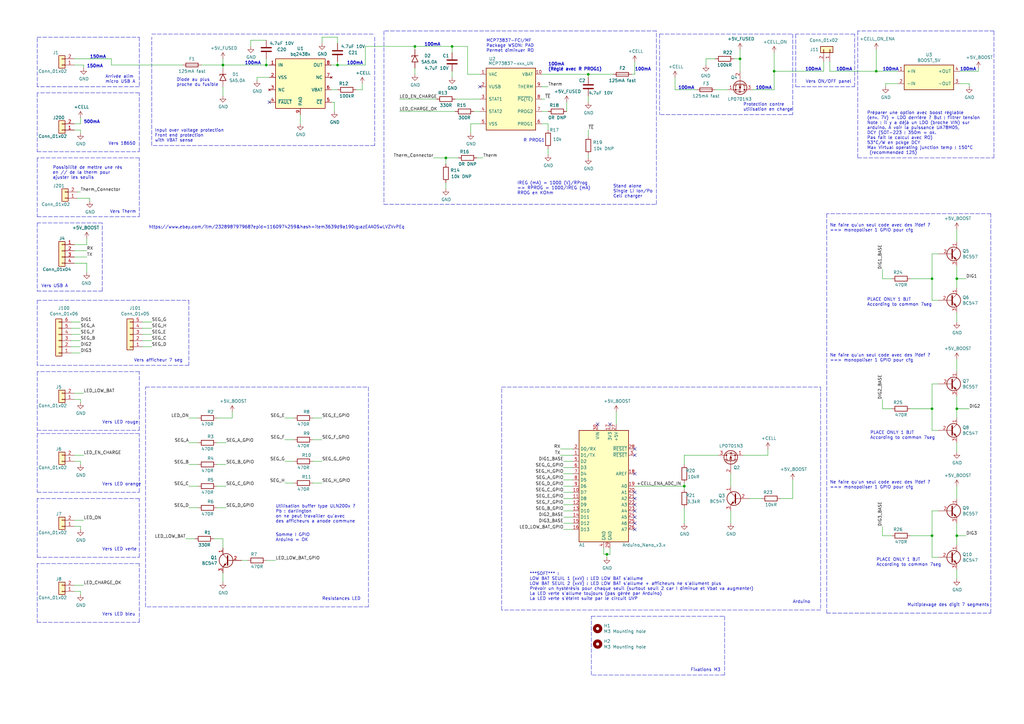
<source format=kicad_sch>
(kicad_sch (version 20211123) (generator eeschema)
  (paper "A3")
  (junction (at 109.22 26.67))
  (junction (at 91.44 26.67))
  (junction (at 359.41 29.21))
  (junction (at 382.27 219.71))
  (junction (at 392.43 167.64))
  (junction (at 170.18 19.05))
  (junction (at 280.67 199.39))
  (junction (at 182.88 64.77))
  (junction (at 382.27 114.3))
  (junction (at 303.53 24.13))
  (junction (at 382.27 167.64))
  (junction (at 185.42 19.05))
  (junction (at 241.3 30.48))
  (junction (at 392.43 219.71))
  (junction (at 138.43 26.67))
  (junction (at 248.92 227.33))
  (junction (at 317.5 29.21))
  (junction (at 392.43 114.3))
  (no_connect (at 260.35 184.15))
  (no_connect (at 260.35 207.01))
  (no_connect (at 260.35 201.93))
  (no_connect (at 260.35 204.47))
  (no_connect (at 260.35 212.09))
  (no_connect (at 260.35 186.69))
  (no_connect (at 260.35 209.55))
  (no_connect (at 260.35 214.63))
  (no_connect (at 260.35 217.17))
  (no_connect (at 110.49 41.91))
  (no_connect (at 196.85 35.56))
  (no_connect (at 250.19 173.99))
  (no_connect (at 245.11 173.99))
  (no_connect (at 260.35 194.31))
  (polyline (pts (xy 57.15 176.53) (xy 57.15 152.4)))
  (wire (pts (xy 325.12 204.47) (xy 325.12 196.85)))
  (polyline (pts (xy 15.24 35.56) (xy 15.24 15.24)))
  (polyline (pts (xy 339.09 87.63) (xy 339.09 251.46)))
  (wire (pts (xy 196.85 45.72) (xy 194.31 45.72)))
  (wire (pts (xy 128.27 189.23) (xy 132.08 189.23)))
  (polyline (pts (xy 270.51 13.97) (xy 270.51 46.99)))
  (polyline (pts (xy 15.24 15.24) (xy 57.15 15.24)))
  (polyline (pts (xy 339.09 251.46) (xy 406.4 251.46)))
  (wire (pts (xy 62.23 142.24) (xy 58.42 142.24)))
  (wire (pts (xy 392.43 109.22) (xy 392.43 114.3)))
  (wire (pts (xy 82.55 26.67) (xy 91.44 26.67)))
  (wire (pts (xy 33.02 144.78) (xy 29.21 144.78)))
  (wire (pts (xy 382.27 104.14) (xy 382.27 114.3)))
  (wire (pts (xy 193.04 50.8) (xy 193.04 54.61)))
  (wire (pts (xy 110.49 31.75) (xy 105.41 31.75)))
  (wire (pts (xy 182.88 64.77) (xy 177.8 64.77)))
  (wire (pts (xy 276.86 36.83) (xy 285.75 36.83)))
  (polyline (pts (xy 57.15 204.47) (xy 15.24 204.47)))
  (wire (pts (xy 241.3 39.37) (xy 241.3 41.91)))
  (wire (pts (xy 95.25 171.45) (xy 95.25 168.91)))
  (wire (pts (xy 396.24 219.71) (xy 392.43 219.71)))
  (polyline (pts (xy 57.15 88.9) (xy 57.15 64.77)))
  (wire (pts (xy 382.27 157.48) (xy 384.81 157.48)))
  (polyline (pts (xy 15.24 177.8) (xy 15.24 201.93)))
  (polyline (pts (xy 57.15 38.1) (xy 15.24 38.1)))
  (polyline (pts (xy 57.15 62.23) (xy 57.15 38.1)))
  (wire (pts (xy 340.36 25.4) (xy 340.36 29.21)))
  (wire (pts (xy 317.5 29.21) (xy 317.5 36.83)))
  (polyline (pts (xy 325.12 46.99) (xy 270.51 46.99)))
  (wire (pts (xy 373.38 114.3) (xy 382.27 114.3)))
  (wire (pts (xy 30.48 186.69) (xy 34.29 186.69)))
  (wire (pts (xy 109.22 26.67) (xy 110.49 26.67)))
  (wire (pts (xy 77.47 208.28) (xy 81.28 208.28)))
  (wire (pts (xy 234.95 196.85) (xy 231.14 196.85)))
  (polyline (pts (xy 350.52 13.97) (xy 326.39 13.97)))
  (wire (pts (xy 30.48 213.36) (xy 34.29 213.36)))
  (wire (pts (xy 392.43 114.3) (xy 392.43 118.11)))
  (wire (pts (xy 116.84 189.23) (xy 120.65 189.23)))
  (polyline (pts (xy 157.48 83.82) (xy 269.24 83.82)))
  (polyline (pts (xy 350.52 35.56) (xy 350.52 13.97)))
  (polyline (pts (xy 57.15 231.14) (xy 15.24 231.14)))
  (wire (pts (xy 234.95 199.39) (xy 231.14 199.39)))
  (wire (pts (xy 368.3 34.29) (xy 363.22 34.29)))
  (wire (pts (xy 224.79 53.34) (xy 224.79 50.8)))
  (polyline (pts (xy 336.55 158.75) (xy 336.55 250.19)))
  (wire (pts (xy 195.58 64.77) (xy 198.12 64.77)))
  (wire (pts (xy 222.25 45.72) (xy 224.79 45.72)))
  (wire (pts (xy 320.04 204.47) (xy 325.12 204.47)))
  (wire (pts (xy 224.79 50.8) (xy 222.25 50.8)))
  (wire (pts (xy 148.59 34.29) (xy 148.59 36.83)))
  (wire (pts (xy 382.27 219.71) (xy 382.27 228.6)))
  (wire (pts (xy 393.7 34.29) (xy 397.51 34.29)))
  (wire (pts (xy 182.88 77.47) (xy 182.88 74.93)))
  (wire (pts (xy 280.67 199.39) (xy 280.67 200.66)))
  (wire (pts (xy 392.43 167.64) (xy 392.43 171.45)))
  (wire (pts (xy 33.02 134.62) (xy 29.21 134.62)))
  (wire (pts (xy 382.27 104.14) (xy 384.81 104.14)))
  (polyline (pts (xy 406.4 87.63) (xy 339.09 87.63)))
  (wire (pts (xy 109.22 26.67) (xy 109.22 24.13)))
  (polyline (pts (xy 153.67 15.24) (xy 153.67 59.69)))
  (wire (pts (xy 33.02 78.74) (xy 31.75 78.74)))
  (wire (pts (xy 91.44 220.98) (xy 91.44 224.79)))
  (wire (pts (xy 382.27 209.55) (xy 384.81 209.55)))
  (wire (pts (xy 30.48 26.67) (xy 34.29 26.67)))
  (wire (pts (xy 170.18 19.05) (xy 185.42 19.05)))
  (wire (pts (xy 91.44 24.13) (xy 91.44 26.67)))
  (wire (pts (xy 101.6 229.87) (xy 99.06 229.87)))
  (wire (pts (xy 293.37 36.83) (xy 298.45 36.83)))
  (wire (pts (xy 234.95 207.01) (xy 231.14 207.01)))
  (polyline (pts (xy 297.18 252.73) (xy 297.18 276.86)))
  (wire (pts (xy 392.43 93.98) (xy 392.43 99.06)))
  (polyline (pts (xy 15.24 123.19) (xy 77.47 123.19)))
  (wire (pts (xy 138.43 26.67) (xy 149.86 26.67)))
  (wire (pts (xy 116.84 180.34) (xy 120.65 180.34)))
  (wire (pts (xy 91.44 234.95) (xy 91.44 238.76)))
  (wire (pts (xy 396.24 114.3) (xy 392.43 114.3)))
  (wire (pts (xy 191.77 19.05) (xy 185.42 19.05)))
  (polyline (pts (xy 15.24 228.6) (xy 57.15 228.6)))
  (wire (pts (xy 303.53 20.32) (xy 303.53 24.13)))
  (wire (pts (xy 35.56 105.41) (xy 30.48 105.41)))
  (wire (pts (xy 91.44 26.67) (xy 109.22 26.67)))
  (wire (pts (xy 234.95 194.31) (xy 231.14 194.31)))
  (wire (pts (xy 260.35 30.48) (xy 260.35 25.4)))
  (polyline (pts (xy 242.57 252.73) (xy 297.18 252.73)))
  (polyline (pts (xy 297.18 276.86) (xy 242.57 276.86)))
  (wire (pts (xy 382.27 123.19) (xy 384.81 123.19)))
  (wire (pts (xy 33.02 53.34) (xy 30.48 53.34)))
  (wire (pts (xy 234.95 217.17) (xy 231.14 217.17)))
  (wire (pts (xy 392.43 185.42) (xy 392.43 181.61)))
  (wire (pts (xy 247.65 227.33) (xy 247.65 224.79)))
  (wire (pts (xy 392.43 162.56) (xy 392.43 167.64)))
  (wire (pts (xy 45.72 26.67) (xy 74.93 26.67)))
  (polyline (pts (xy 41.91 119.38) (xy 41.91 91.44)))
  (wire (pts (xy 392.43 237.49) (xy 392.43 233.68)))
  (wire (pts (xy 361.95 167.64) (xy 361.95 163.83)))
  (wire (pts (xy 170.18 30.48) (xy 170.18 27.94)))
  (wire (pts (xy 234.95 209.55) (xy 231.14 209.55)))
  (wire (pts (xy 361.95 219.71) (xy 361.95 215.9)))
  (wire (pts (xy 260.35 199.39) (xy 280.67 199.39)))
  (polyline (pts (xy 407.67 12.7) (xy 351.79 12.7)))
  (wire (pts (xy 234.95 212.09) (xy 231.14 212.09)))
  (polyline (pts (xy 57.15 152.4) (xy 15.24 152.4)))
  (wire (pts (xy 373.38 167.64) (xy 382.27 167.64)))
  (polyline (pts (xy 15.24 88.9) (xy 57.15 88.9)))
  (polyline (pts (xy 77.47 149.86) (xy 15.24 149.86)))
  (wire (pts (xy 138.43 36.83) (xy 135.89 36.83)))
  (wire (pts (xy 62.23 137.16) (xy 58.42 137.16)))
  (wire (pts (xy 138.43 26.67) (xy 138.43 25.4)))
  (wire (pts (xy 77.47 190.5) (xy 81.28 190.5)))
  (wire (pts (xy 185.42 29.21) (xy 185.42 31.75)))
  (wire (pts (xy 300.99 24.13) (xy 303.53 24.13)))
  (wire (pts (xy 187.96 64.77) (xy 182.88 64.77)))
  (wire (pts (xy 337.82 29.21) (xy 337.82 25.4)))
  (wire (pts (xy 361.95 114.3) (xy 361.95 110.49)))
  (wire (pts (xy 393.7 29.21) (xy 401.32 29.21)))
  (polyline (pts (xy 351.79 64.77) (xy 407.67 64.77)))
  (polyline (pts (xy 269.24 83.82) (xy 269.24 12.7)))
  (wire (pts (xy 30.48 161.29) (xy 34.29 161.29)))
  (wire (pts (xy 280.67 198.12) (xy 280.67 199.39)))
  (wire (pts (xy 304.8 186.69) (xy 314.96 186.69)))
  (wire (pts (xy 33.02 139.7) (xy 29.21 139.7)))
  (wire (pts (xy 392.43 199.39) (xy 392.43 204.47)))
  (wire (pts (xy 317.5 21.59) (xy 317.5 29.21)))
  (wire (pts (xy 91.44 26.67) (xy 91.44 27.94)))
  (polyline (pts (xy 15.24 201.93) (xy 57.15 201.93)))
  (polyline (pts (xy 59.69 158.75) (xy 151.13 158.75)))
  (polyline (pts (xy 15.24 119.38) (xy 41.91 119.38)))
  (wire (pts (xy 33.02 132.08) (xy 29.21 132.08)))
  (wire (pts (xy 33.02 190.5) (xy 33.02 189.23)))
  (polyline (pts (xy 15.24 38.1) (xy 15.24 62.23)))
  (wire (pts (xy 62.23 132.08) (xy 58.42 132.08)))
  (polyline (pts (xy 269.24 12.7) (xy 157.48 12.7)))
  (wire (pts (xy 33.02 217.17) (xy 33.02 215.9)))
  (polyline (pts (xy 270.51 13.97) (xy 325.12 13.97)))
  (wire (pts (xy 234.95 204.47) (xy 231.14 204.47)))
  (wire (pts (xy 303.53 24.13) (xy 303.53 29.21)))
  (polyline (pts (xy 15.24 149.86) (xy 15.24 123.19)))
  (wire (pts (xy 128.27 180.34) (xy 132.08 180.34)))
  (wire (pts (xy 241.3 31.75) (xy 241.3 30.48)))
  (wire (pts (xy 365.76 114.3) (xy 361.95 114.3)))
  (wire (pts (xy 91.44 35.56) (xy 91.44 39.37)))
  (wire (pts (xy 30.48 24.13) (xy 45.72 24.13)))
  (polyline (pts (xy 59.69 248.92) (xy 59.69 158.75)))
  (polyline (pts (xy 242.57 276.86) (xy 242.57 252.73)))
  (wire (pts (xy 317.5 29.21) (xy 337.82 29.21)))
  (polyline (pts (xy 205.74 158.75) (xy 336.55 158.75)))
  (polyline (pts (xy 326.39 13.97) (xy 326.39 35.56)))
  (wire (pts (xy 88.9 181.61) (xy 92.71 181.61)))
  (wire (pts (xy 30.48 240.03) (xy 34.29 240.03)))
  (polyline (pts (xy 57.15 35.56) (xy 15.24 35.56)))
  (wire (pts (xy 30.48 107.95) (xy 35.56 107.95)))
  (wire (pts (xy 128.27 198.12) (xy 132.08 198.12)))
  (wire (pts (xy 382.27 228.6) (xy 384.81 228.6)))
  (wire (pts (xy 30.48 102.87) (xy 35.56 102.87)))
  (wire (pts (xy 392.43 219.71) (xy 392.43 223.52)))
  (polyline (pts (xy 15.24 231.14) (xy 15.24 255.27)))
  (wire (pts (xy 33.02 242.57) (xy 30.48 242.57)))
  (wire (pts (xy 299.72 194.31) (xy 299.72 199.39)))
  (wire (pts (xy 373.38 219.71) (xy 382.27 219.71)))
  (wire (pts (xy 33.02 215.9) (xy 30.48 215.9)))
  (polyline (pts (xy 57.15 177.8) (xy 15.24 177.8)))
  (wire (pts (xy 392.43 147.32) (xy 392.43 152.4)))
  (wire (pts (xy 88.9 208.28) (xy 92.71 208.28)))
  (wire (pts (xy 248.92 227.33) (xy 247.65 227.33)))
  (wire (pts (xy 397.51 167.64) (xy 392.43 167.64)))
  (polyline (pts (xy 57.15 64.77) (xy 15.24 64.77)))
  (polyline (pts (xy 15.24 91.44) (xy 15.24 119.38)))
  (wire (pts (xy 229.87 186.69) (xy 234.95 186.69)))
  (polyline (pts (xy 406.4 251.46) (xy 406.4 87.63)))
  (wire (pts (xy 163.83 45.72) (xy 186.69 45.72)))
  (polyline (pts (xy 41.91 91.44) (xy 15.24 91.44)))
  (wire (pts (xy 132.08 15.24) (xy 132.08 17.78)))
  (wire (pts (xy 241.3 63.5) (xy 241.3 64.77)))
  (wire (pts (xy 105.41 31.75) (xy 105.41 33.02)))
  (wire (pts (xy 280.67 186.69) (xy 294.64 186.69)))
  (polyline (pts (xy 205.74 250.19) (xy 205.74 158.75)))
  (polyline (pts (xy 15.24 62.23) (xy 57.15 62.23)))
  (wire (pts (xy 77.47 171.45) (xy 81.28 171.45)))
  (polyline (pts (xy 62.23 13.97) (xy 153.67 13.97)))
  (wire (pts (xy 392.43 132.08) (xy 392.43 128.27)))
  (wire (pts (xy 314.96 186.69) (xy 314.96 184.15)))
  (wire (pts (xy 149.86 26.67) (xy 149.86 19.05)))
  (polyline (pts (xy 15.24 255.27) (xy 57.15 255.27)))
  (polyline (pts (xy 57.15 255.27) (xy 57.15 231.14)))
  (wire (pts (xy 35.56 97.79) (xy 35.56 100.33)))
  (wire (pts (xy 109.22 229.87) (xy 113.03 229.87)))
  (wire (pts (xy 102.87 16.51) (xy 102.87 19.05)))
  (polyline (pts (xy 57.15 228.6) (xy 57.15 204.47)))
  (wire (pts (xy 33.02 165.1) (xy 33.02 163.83)))
  (wire (pts (xy 359.41 20.32) (xy 359.41 29.21)))
  (wire (pts (xy 186.69 40.64) (xy 196.85 40.64)))
  (wire (pts (xy 382.27 157.48) (xy 382.27 167.64)))
  (wire (pts (xy 148.59 36.83) (xy 146.05 36.83)))
  (wire (pts (xy 248.92 227.33) (xy 250.19 227.33)))
  (wire (pts (xy 248.92 228.6) (xy 248.92 227.33)))
  (wire (pts (xy 234.95 189.23) (xy 231.14 189.23)))
  (wire (pts (xy 185.42 21.59) (xy 185.42 19.05)))
  (wire (pts (xy 289.56 24.13) (xy 289.56 26.67)))
  (polyline (pts (xy 407.67 64.77) (xy 407.67 12.7)))
  (wire (pts (xy 116.84 198.12) (xy 120.65 198.12)))
  (wire (pts (xy 88.9 190.5) (xy 92.71 190.5)))
  (polyline (pts (xy 57.15 15.24) (xy 57.15 35.56)))
  (wire (pts (xy 182.88 67.31) (xy 182.88 64.77)))
  (wire (pts (xy 163.83 40.64) (xy 179.07 40.64)))
  (wire (pts (xy 88.9 199.39) (xy 92.71 199.39)))
  (wire (pts (xy 77.47 199.39) (xy 81.28 199.39)))
  (polyline (pts (xy 157.48 12.7) (xy 157.48 83.82)))
  (wire (pts (xy 128.27 171.45) (xy 132.08 171.45)))
  (polyline (pts (xy 15.24 176.53) (xy 57.15 176.53)))
  (wire (pts (xy 30.48 50.8) (xy 33.02 50.8)))
  (wire (pts (xy 33.02 142.24) (xy 29.21 142.24)))
  (wire (pts (xy 196.85 50.8) (xy 193.04 50.8)))
  (wire (pts (xy 382.27 209.55) (xy 382.27 219.71)))
  (wire (pts (xy 259.08 30.48) (xy 260.35 30.48)))
  (wire (pts (xy 234.95 184.15) (xy 229.87 184.15)))
  (wire (pts (xy 138.43 15.24) (xy 132.08 15.24)))
  (wire (pts (xy 397.51 34.29) (xy 397.51 35.56)))
  (wire (pts (xy 365.76 167.64) (xy 361.95 167.64)))
  (wire (pts (xy 299.72 209.55) (xy 299.72 214.63)))
  (wire (pts (xy 382.27 114.3) (xy 382.27 123.19)))
  (polyline (pts (xy 15.24 204.47) (xy 15.24 228.6)))
  (wire (pts (xy 87.63 220.98) (xy 91.44 220.98)))
  (wire (pts (xy 250.19 227.33) (xy 250.19 224.79)))
  (wire (pts (xy 33.02 163.83) (xy 30.48 163.83)))
  (wire (pts (xy 76.2 220.98) (xy 80.01 220.98)))
  (wire (pts (xy 365.76 219.71) (xy 361.95 219.71)))
  (wire (pts (xy 123.19 50.8) (xy 123.19 46.99)))
  (wire (pts (xy 33.02 189.23) (xy 30.48 189.23)))
  (wire (pts (xy 312.42 204.47) (xy 307.34 204.47)))
  (wire (pts (xy 234.95 191.77) (xy 231.14 191.77)))
  (wire (pts (xy 170.18 19.05) (xy 170.18 20.32)))
  (wire (pts (xy 222.25 40.64) (xy 223.52 40.64)))
  (wire (pts (xy 241.3 30.48) (xy 251.46 30.48)))
  (wire (pts (xy 135.89 26.67) (xy 138.43 26.67)))
  (wire (pts (xy 191.77 30.48) (xy 196.85 30.48)))
  (wire (pts (xy 280.67 214.63) (xy 280.67 208.28)))
  (polyline (pts (xy 57.15 201.93) (xy 57.15 177.8)))
  (wire (pts (xy 62.23 139.7) (xy 58.42 139.7)))
  (polyline (pts (xy 62.23 59.69) (xy 62.23 15.24)))
  (wire (pts (xy 36.83 82.55) (xy 36.83 81.28)))
  (wire (pts (xy 191.77 19.05) (xy 191.77 30.48)))
  (wire (pts (xy 33.02 54.61) (xy 33.02 53.34)))
  (wire (pts (xy 234.95 214.63) (xy 231.14 214.63)))
  (wire (pts (xy 241.3 53.34) (xy 241.3 55.88)))
  (wire (pts (xy 280.67 190.5) (xy 280.67 186.69)))
  (wire (pts (xy 382.27 167.64) (xy 382.27 176.53)))
  (wire (pts (xy 33.02 50.8) (xy 33.02 48.26)))
  (polyline (pts (xy 326.39 35.56) (xy 350.52 35.56)))
  (polyline (pts (xy 77.47 123.19) (xy 77.47 149.86)))
  (polyline (pts (xy 15.24 152.4) (xy 15.24 176.53)))
  (wire (pts (xy 30.48 100.33) (xy 35.56 100.33)))
  (wire (pts (xy 222.25 35.56) (xy 224.79 35.56)))
  (wire (pts (xy 224.79 60.96) (xy 224.79 63.5)))
  (wire (pts (xy 137.16 41.91) (xy 137.16 45.72)))
  (wire (pts (xy 252.73 168.91) (xy 252.73 173.99)))
  (wire (pts (xy 363.22 35.56) (xy 363.22 34.29)))
  (wire (pts (xy 33.02 243.84) (xy 33.02 242.57)))
  (wire (pts (xy 149.86 19.05) (xy 170.18 19.05)))
  (wire (pts (xy 88.9 171.45) (xy 95.25 171.45)))
  (wire (pts (xy 109.22 16.51) (xy 102.87 16.51)))
  (wire (pts (xy 222.25 30.48) (xy 241.3 30.48)))
  (polyline (pts (xy 15.24 64.77) (xy 15.24 88.9)))
  (polyline (pts (xy 325.12 13.97) (xy 325.12 46.99)))
  (wire (pts (xy 116.84 171.45) (xy 120.65 171.45)))
  (wire (pts (xy 62.23 134.62) (xy 58.42 134.62)))
  (wire (pts (xy 308.61 36.83) (xy 317.5 36.83)))
  (wire (pts (xy 276.86 36.83) (xy 276.86 31.75)))
  (wire (pts (xy 340.36 29.21) (xy 359.41 29.21)))
  (wire (pts (xy 34.29 26.67) (xy 34.29 27.94)))
  (wire (pts (xy 77.47 181.61) (xy 81.28 181.61)))
  (wire (pts (xy 382.27 176.53) (xy 384.81 176.53)))
  (wire (pts (xy 234.95 201.93) (xy 231.14 201.93)))
  (wire (pts (xy 401.32 27.94) (xy 401.32 29.21)))
  (polyline (pts (xy 351.79 12.7) (xy 351.79 64.77)))
  (wire (pts (xy 33.02 137.16) (xy 29.21 137.16)))
  (wire (pts (xy 138.43 17.78) (xy 138.43 15.24)))
  (wire (pts (xy 35.56 107.95) (xy 35.56 111.76)))
  (wire (pts (xy 36.83 81.28) (xy 31.75 81.28)))
  (polyline (pts (xy 153.67 59.69) (xy 62.23 59.69)))
  (wire (pts (xy 359.41 29.21) (xy 368.3 29.21)))
  (polyline (pts (xy 151.13 248.92) (xy 59.69 248.92)))
  (wire (pts (xy 135.89 41.91) (xy 137.16 41.91)))
  (wire (pts (xy 293.37 24.13) (xy 289.56 24.13)))
  (wire (pts (xy 232.41 45.72) (xy 232.41 41.91)))
  (polyline (pts (xy 336.55 250.19) (xy 205.74 250.19)))
  (polyline (pts (xy 151.13 158.75) (xy 151.13 248.92)))
  (wire (pts (xy 45.72 24.13) (xy 45.72 26.67)))
  (wire (pts (xy 392.43 214.63) (xy 392.43 219.71)))
  (text "https://www.ebay.com/itm/232898797968?epid=1160974259&hash=item3639d9a190:g:azEAAOSwLVZVvPEq" (at 60.96 93.98 0) (effects (font (size 1.27 1.27)) (justify left bottom)))
  (text "R PROG1" (at 214.63 58.42 0) (effects (font (size 1.27 1.27)) (justify left bottom)))
  (text "Vers LED verte\n" (at 41.91 226.06 0) (effects (font (size 1.27 1.27)) (justify left bottom)))
  (text "Vers Therm" (at 55.88 87.63 180) (effects (font (size 1.27 1.27)) (justify right bottom)))
  (text "100mA" (at 278.13 36.83 0) (effects (font (size 1.27 1.27) (thickness 0.254) bold) (justify left bottom)))
  (text "Vers ON/OFF panel" (at 349.25 34.29 180) (effects (font (size 1.27 1.27)) (justify right bottom)))
  (text "MCP73837-FCI/MF\nPackage WSON: PAD\nPermet diminuer RO" (at 199.39 21.59 0) (effects (font (size 1.27 1.27)) (justify left bottom)))
  (text "150mA" (at 36.83 24.13 0) (effects (font (size 1.27 1.27) (thickness 0.254) bold) (justify left bottom)))
  (text "IREG (mA) = 1000 (V)/RProg\n=> RPROG = 1000/IREG (mA)\nRROG en KOhm\n" (at 212.09 80.01 0) (effects (font (size 1.27 1.27)) (justify left bottom)))
  (text "100mA" (at 309.88 36.83 0) (effects (font (size 1.27 1.27) (thickness 0.254) bold) (justify left bottom)))
  (text "Arduino" (at 325.12 247.65 0) (effects (font (size 1.27 1.27)) (justify left bottom)))
  (text "100mA" (at 142.24 26.67 0) (effects (font (size 1.27 1.27) (thickness 0.254) bold) (justify left bottom)))
  (text "Stand alone \nSingle Li Ion/Po \nCell charger" (at 251.46 81.28 0) (effects (font (size 1.27 1.27)) (justify left bottom)))
  (text "Fixations M3\n" (at 283.21 275.59 0) (effects (font (size 1.27 1.27)) (justify left bottom)))
  (text "100mA" (at 260.35 29.21 0) (effects (font (size 1.27 1.27) (thickness 0.254) bold) (justify left bottom)))
  (text "100mA" (at 361.95 29.21 0) (effects (font (size 1.27 1.27) (thickness 0.254) bold) (justify left bottom)))
  (text "Vers USB A" (at 27.94 118.11 180) (effects (font (size 1.27 1.27)) (justify right bottom)))
  (text "\n" (at 74.93 68.58 0) (effects (font (size 1.27 1.27)) (justify left bottom)))
  (text "Arrivée alim\nmicro USB A" (at 43.18 34.29 0) (effects (font (size 1.27 1.27)) (justify left bottom)))
  (text "150mA" (at 35.56 27.94 0) (effects (font (size 1.27 1.27) (thickness 0.254) bold) (justify left bottom)))
  (text "Ne faire qu'un seul code avec des ifdef ?\n==> monopoliser 1 GPIO pour cfg" (at 340.36 200.66 0) (effects (font (size 1.27 1.27)) (justify left bottom)))
  (text "***SOFT*** :\nLOW BAT SEUIL 1 (xxV) : LED LOW BAT s'allume\nLOW BAT SEUIL 2 (xxV) : LED LOW BAT s'allume + afficheurs ne s'allument plus\nPrévoir un hystérésis pour chaque seuil (surtout seuil 2 car I diminue et Vbat va augmenter)\nLa LED verte s'allume toujours (pas gérée par Arduino)\nLa LED verte s'éteint suite par le circuit UVP" (at 217.17 246.38 0) (effects (font (size 1.27 1.27)) (justify left bottom)))
  (text "Ne faire qu'un seul code avec des ifdef ?\n==> monopoliser 1 GPIO pour cfg" (at 340.36 148.59 0) (effects (font (size 1.27 1.27)) (justify left bottom)))
  (text "Préparer une option avec boost réglable\n(env. 7V) + LDO derrière ? But : filtrer tension\nNote : il y a déjà un LDO (broche VIN) sur \narduino. A voir la puissance UA78M05, \nDCY (SOT-223 : 350m = ok. \nPas fait le calcul avec RO)\n53°C/W en pckge DCY\nMax Virtual operating junction temp : 150°C\n (recommended 125)" (at 355.6 63.5 0) (effects (font (size 1.27 1.27)) (justify left bottom)))
  (text "Vers afficheur 7 seg" (at 74.93 148.59 180) (effects (font (size 1.27 1.27)) (justify right bottom)))
  (text "100mA" (at 173.99 19.05 0) (effects (font (size 1.27 1.27) (thickness 0.254) bold) (justify left bottom)))
  (text "100mA" (at 393.7 29.21 0) (effects (font (size 1.27 1.27) (thickness 0.254) bold) (justify left bottom)))
  (text "Protection contre \nutilisation en charge" (at 304.8 45.72 0) (effects (font (size 1.27 1.27)) (justify left bottom)))
  (text "100mA" (at 100.33 26.67 0) (effects (font (size 1.27 1.27) (thickness 0.254) bold) (justify left bottom)))
  (text "Resistances LED" (at 132.08 246.38 0) (effects (font (size 1.27 1.27)) (justify left bottom)))
  (text "Vers LED orange\n" (at 41.91 199.39 0) (effects (font (size 1.27 1.27)) (justify left bottom)))
  (text "Vers LED rouge\n" (at 41.91 173.99 0) (effects (font (size 1.27 1.27)) (justify left bottom)))
  (text "100mA" (at 330.2 29.21 0) (effects (font (size 1.27 1.27) (thickness 0.254) bold) (justify left bottom)))
  (text "Multiplexage des digit 7 segments" (at 372.11 248.92 0) (effects (font (size 1.27 1.27)) (justify left bottom)))
  (text "PLACE ONLY 1 BJT\nAccording to common 7seg" (at 355.6 125.73 0) (effects (font (size 1.27 1.27)) (justify left bottom)))
  (text "100mA\n(Réglé avec R PROG1)" (at 224.79 29.21 0) (effects (font (size 1.27 1.27) (thickness 0.254) bold) (justify left bottom)))
  (text "Vers LED bleu\n" (at 41.91 252.73 0) (effects (font (size 1.27 1.27)) (justify left bottom)))
  (text "Utilisation buffer type ULN200x ?\nPb : darlington\non ne peut travailler qu'avec\ndes afficheurs a anode commune" (at 113.03 214.63 0) (effects (font (size 1.27 1.27)) (justify left bottom)))
  (text "PLACE ONLY 1 BJT\nAccording to common 7seg" (at 356.87 180.34 0) (effects (font (size 1.27 1.27)) (justify left bottom)))
  (text "Ne faire qu'un seul code avec des ifdef ?\n==> monopoliser 1 GPIO pour cfg" (at 340.36 95.25 0) (effects (font (size 1.27 1.27)) (justify left bottom)))
  (text "PLACE ONLY 1 BJT\nAccording to common 7seg" (at 359.41 232.41 0) (effects (font (size 1.27 1.27)) (justify left bottom)))
  (text "500mA" (at 34.29 50.8 0) (effects (font (size 1.27 1.27) (thickness 0.254) bold) (justify left bottom)))
  (text "Possibilité de mettre une rés\nen // de la therm pour\najuster les seuils\n" (at 21.59 73.66 0) (effects (font (size 1.27 1.27)) (justify left bottom)))
  (text "Somme I GPIO \nArduino = OK\n" (at 113.03 222.25 0) (effects (font (size 1.27 1.27)) (justify left bottom)))
  (text "100mA" (at 342.9 29.21 0) (effects (font (size 1.27 1.27) (thickness 0.254) bold) (justify left bottom)))
  (text "Vers 18650" (at 44.45 59.69 0) (effects (font (size 1.27 1.27)) (justify left bottom)))
  (text "Diode au plus \nproche du fusible" (at 72.39 35.56 0) (effects (font (size 1.27 1.27)) (justify left bottom)))
  (text "Input over voltage protection\nFront end protection\nwith VBAT sense" (at 63.5 58.42 0) (effects (font (size 1.27 1.27)) (justify left bottom)))
  (label "LED_LOW_BAT_GPIO" (at 231.14 217.17 180))
  (label "DIG2_BASE" (at 361.95 163.83 90))
  (label "LED_LOW_BAT" (at 76.2 220.98 180))
  (label "LED_LOW_BAT" (at 34.29 161.29 0))
  (label "SEG_H" (at 116.84 198.12 180))
  (label "LED_CHARGE_OK" (at 34.29 240.03 0))
  (label "LED_EN_CHARGE" (at 34.29 186.69 0))
  (label "TX" (at 35.56 105.41 0))
  (label "DIG3" (at 396.24 219.71 0))
  (label "LED_ON" (at 77.47 171.45 180))
  (label "LED_CHARGE_OK" (at 163.83 45.72 0))
  (label "SEG_G" (at 116.84 189.23 180))
  (label "DIG2" (at 33.02 142.24 0))
  (label "SEG_E" (at 62.23 137.16 0))
  (label "Therm_Connector" (at 33.02 78.74 0))
  (label "SEG_D" (at 62.23 142.24 0))
  (label "SEG_G" (at 62.23 132.08 0))
  (label "SEG_C_GPIO" (at 92.71 199.39 0))
  (label "SEG_H_GPIO" (at 132.08 198.12 0))
  (label "Therm_Connector" (at 177.8 64.77 180))
  (label "SEG_E_GPIO" (at 132.08 171.45 0))
  (label "SEG_A_GPIO" (at 92.71 181.61 0))
  (label "SEG_B_GPIO" (at 92.71 190.5 0))
  (label "SEG_B_GPIO" (at 231.14 209.55 180))
  (label "SEG_B" (at 33.02 139.7 0))
  (label "DIG1_BASE" (at 231.14 189.23 180))
  (label "DIG2_BASE" (at 231.14 212.09 180))
  (label "SEG_A" (at 33.02 134.62 0))
  (label "+CELL_ENA_ADC_IN" (at 279.4 199.39 180))
  (label "SEG_F" (at 33.02 137.16 0))
  (label "SEG_E_GPIO" (at 231.14 204.47 180))
  (label "~{TE}" (at 241.3 53.34 0))
  (label "~{TE}" (at 223.52 40.64 0))
  (label "SEG_E" (at 116.84 171.45 180))
  (label "LED_EN_CHARGE" (at 163.83 40.64 0))
  (label "SEG_F" (at 116.84 180.34 180))
  (label "DIG3_BASE" (at 361.95 215.9 90))
  (label "SEG_A_GPIO" (at 231.14 196.85 180))
  (label "SEG_D_GPIO" (at 92.71 208.28 0))
  (label "SEG_C" (at 62.23 139.7 0))
  (label "DIG3" (at 33.02 144.78 0))
  (label "SEG_D" (at 77.47 208.28 180))
  (label "SEG_B" (at 77.47 190.5 180))
  (label "DIG2" (at 397.51 167.64 0))
  (label "SEG_F_GPIO" (at 231.14 207.01 180))
  (label "SEG_G_GPIO" (at 231.14 191.77 180))
  (label "RX" (at 229.87 184.15 180))
  (label "DIG1" (at 33.02 132.08 0))
  (label "LED_ON" (at 34.29 213.36 0))
  (label "LED_LOW_BAT_GPIO" (at 113.03 229.87 0))
  (label "SEG_C_GPIO" (at 231.14 201.93 180))
  (label "SEG_H" (at 62.23 134.62 0))
  (label "SEG_D_GPIO" (at 231.14 199.39 180))
  (label "Therm" (at 198.12 64.77 0))
  (label "SEG_H_GPIO" (at 231.14 194.31 180))
  (label "SEG_C" (at 77.47 199.39 180))
  (label "DIG3_BASE" (at 231.14 214.63 180))
  (label "DIG1" (at 396.24 114.3 0))
  (label "TX" (at 229.87 186.69 180))
  (label "SEG_A" (at 77.47 181.61 180))
  (label "Therm" (at 224.79 35.56 0))
  (label "DIG1_BASE" (at 361.95 110.49 90))
  (label "SEG_G_GPIO" (at 132.08 189.23 0))
  (label "SEG_F_GPIO" (at 132.08 180.34 0))
  (label "RX" (at 35.56 102.87 0))
  (symbol (lib_id "Device:Q_PMOS_SGD") (at 303.53 34.29 270) (unit 1)
    (property "Reference" "Q4" (at 299.72 31.75 90) (effects (justify left)))
    (property "Value" "LP0701N3" (at 298.45 40.64 90) (effects (justify left)))
    (property "Footprint" "Package_TO_SOT_THT:TO-92" (effects hide))
    (property "FAB" "MICROCHIP" (effects hide))
    (property "REF FAB" "LP0701N3-G" (effects hide))
    (property "FOU 1" "MOUSER" (effects hide))
    (property "REF FOU 1" "689-LP0701N3-G" (effects hide))
  )
  (symbol (lib_id "Device:R") (at 297.18 24.13 90) (mirror x) (unit 1)
    (property "Reference" "R22" (at 298.45 21.59 90))
    (property "Value" "100kR" (at 297.18 26.67 90))
    (property "Footprint" "Resistor_THT:R_Axial_DIN0204_L3.6mm_D1.6mm_P7.62mm_Horizontal" (effects hide))
  )
  (symbol (lib_id "power:GND") (at 289.56 26.67 0) (mirror y) (unit 1)
    (property "Reference" "#PWR033" (effects hide))
    (property "Value" "GND" (at 289.433 31.0642 0))
  )
  (symbol (lib_id "Balance-ruche:+CELL_ON") (at 317.5 21.59 0) (unit 1)
    (property "Reference" "#PWR037" (effects hide))
    (property "Value" "+CELL_ON" (at 317.881 17.1958 0))
  )
  (symbol (lib_id "MCU_Module:Arduino_Nano_v3.x") (at 247.65 199.39 0) (unit 1)
    (property "Reference" "A1" (at 238.76 223.52 0))
    (property "Value" "Arduino_Nano_v3.x" (at 264.16 223.52 0))
    (property "Footprint" "Module:Arduino_Nano" (effects hide))
    (property "Datasheet" "http://www.mouser.com/pdfdocs/Gravitech_Arduino_Nano3_0.pdf" (effects hide))
  )
  (symbol (lib_id "Transistor_BJT:BC547") (at 389.89 123.19 0) (unit 1)
    (property "Reference" "Q6" (at 394.7414 122.0216 0) (effects (justify left)))
    (property "Value" "BC547" (at 394.7414 124.333 0) (effects (justify left)))
    (property "Footprint" "Package_TO_SOT_THT:TO-92_Inline" (effects hide))
    (property "Datasheet" "https://www.onsemi.com/pub/Collateral/BC550-D.pdf" (effects hide))
  )
  (symbol (lib_id "power:GND") (at 224.79 63.5 0) (unit 1)
    (property "Reference" "#PWR024" (effects hide))
    (property "Value" "GND" (at 224.917 67.8942 0))
  )
  (symbol (lib_id "power:GND") (at 241.3 41.91 0) (unit 1)
    (property "Reference" "#PWR026" (effects hide))
    (property "Value" "GND" (at 241.427 46.3042 0))
  )
  (symbol (lib_id "power:GND") (at 392.43 132.08 0) (unit 1)
    (property "Reference" "#PWR042" (effects hide))
    (property "Value" "GND" (at 392.557 136.4742 0))
  )
  (symbol (lib_id "power:GND") (at 193.04 54.61 0) (unit 1)
    (property "Reference" "#PWR023" (effects hide))
    (property "Value" "GND" (at 193.167 59.0042 0))
  )
  (symbol (lib_id "Device:R") (at 182.88 40.64 270) (unit 1)
    (property "Reference" "R13" (at 181.61 38.1 90))
    (property "Value" "330R" (at 182.88 43.18 90))
    (property "Footprint" "Resistor_THT:R_Axial_DIN0207_L6.3mm_D2.5mm_P2.54mm_Vertical" (effects hide))
  )
  (symbol (lib_id "Device:R") (at 190.5 45.72 270) (unit 1)
    (property "Reference" "R15" (at 189.23 43.18 90))
    (property "Value" "300R" (at 190.5 48.26 90))
    (property "Footprint" "Resistor_THT:R_Axial_DIN0207_L6.3mm_D2.5mm_P2.54mm_Vertical" (effects hide))
  )
  (symbol (lib_id "Device:R") (at 369.57 114.3 270) (unit 1)
    (property "Reference" "R24" (at 368.3 111.76 90))
    (property "Value" "470R" (at 369.57 116.84 90))
    (property "Footprint" "Resistor_THT:R_Axial_DIN0207_L6.3mm_D2.5mm_P2.54mm_Vertical" (effects hide))
  )
  (symbol (lib_id "Transistor_BJT:BC557") (at 389.89 104.14 0) (unit 1)
    (property "Reference" "Q5" (at 394.7414 102.9716 0) (effects (justify left)))
    (property "Value" "BC557" (at 394.7414 105.283 0) (effects (justify left)))
    (property "Footprint" "Package_TO_SOT_THT:TO-92_Inline" (effects hide))
    (property "Datasheet" "https://www.onsemi.com/pub/Collateral/BC556BTA-D.pdf" (effects hide))
  )
  (symbol (lib_id "Balance-ruche:+5V_BOOST") (at 401.32 27.94 0) (unit 1)
    (property "Reference" "#PWR048" (effects hide))
    (property "Value" "+5V_BOOST" (at 401.701 23.5458 0))
  )
  (symbol (lib_id "power:GND") (at 397.51 35.56 0) (unit 1)
    (property "Reference" "#PWR047" (effects hide))
    (property "Value" "GND" (at 397.637 39.9542 0))
  )
  (symbol (lib_id "Balance-ruche:+CELL_ON_ENA") (at 359.41 20.32 0) (unit 1)
    (property "Reference" "#PWR039" (effects hide))
    (property "Value" "+CELL_ON_ENA" (at 359.791 15.9258 0))
  )
  (symbol (lib_id "power:GND") (at 363.22 35.56 0) (unit 1)
    (property "Reference" "#PWR040" (effects hide))
    (property "Value" "GND" (at 363.347 39.9542 0))
  )
  (symbol (lib_id "power:GND") (at 248.92 228.6 0) (unit 1)
    (property "Reference" "#PWR028" (effects hide))
    (property "Value" "GND" (at 249.047 232.9942 0))
  )
  (symbol (lib_id "Balance-ruche:+CELL") (at 33.02 48.26 0) (unit 1)
    (property "Reference" "#PWR01" (effects hide))
    (property "Value" "+CELL" (at 33.401 43.8658 0))
  )
  (symbol (lib_id "power:GND") (at 33.02 54.61 0) (unit 1)
    (property "Reference" "#PWR02" (effects hide))
    (property "Value" "GND" (at 33.147 59.0042 0))
  )
  (symbol (lib_id "power:GND") (at 36.83 82.55 0) (unit 1)
    (property "Reference" "#PWR011" (effects hide))
    (property "Value" "GND" (at 36.957 86.9442 0))
  )
  (symbol (lib_id "Device:R") (at 85.09 181.61 90) (mirror x) (unit 1)
    (property "Reference" "R3" (at 86.36 179.07 90))
    (property "Value" "470R" (at 85.09 184.15 90))
    (property "Footprint" "Resistor_THT:R_Axial_DIN0207_L6.3mm_D2.5mm_P2.54mm_Vertical" (effects hide))
  )
  (symbol (lib_id "Device:R") (at 85.09 190.5 90) (mirror x) (unit 1)
    (property "Reference" "R4" (at 86.36 187.96 90))
    (property "Value" "470R" (at 85.09 193.04 90))
    (property "Footprint" "Resistor_THT:R_Axial_DIN0207_L6.3mm_D2.5mm_P2.54mm_Vertical" (effects hide))
  )
  (symbol (lib_id "Device:R") (at 85.09 199.39 90) (mirror x) (unit 1)
    (property "Reference" "R5" (at 86.36 196.85 90))
    (property "Value" "470R" (at 85.09 201.93 90))
    (property "Footprint" "Resistor_THT:R_Axial_DIN0204_L3.6mm_D1.6mm_P7.62mm_Horizontal" (effects hide))
  )
  (symbol (lib_id "Transistor_BJT:BC547") (at 389.89 176.53 0) (unit 1)
    (property "Reference" "Q8" (at 394.7414 175.3616 0) (effects (justify left)))
    (property "Value" "BC547" (at 394.7414 177.673 0) (effects (justify left)))
    (property "Footprint" "Package_TO_SOT_THT:TO-92_Inline" (effects hide))
    (property "Datasheet" "https://www.onsemi.com/pub/Collateral/BC550-D.pdf" (effects hide))
  )
  (symbol (lib_id "power:GND") (at 392.43 185.42 0) (unit 1)
    (property "Reference" "#PWR044" (effects hide))
    (property "Value" "GND" (at 392.557 189.8142 0))
  )
  (symbol (lib_id "Device:R") (at 369.57 167.64 270) (unit 1)
    (property "Reference" "R25" (at 368.3 165.1 90))
    (property "Value" "470R" (at 369.57 170.18 90))
    (property "Footprint" "Resistor_THT:R_Axial_DIN0207_L6.3mm_D2.5mm_P2.54mm_Vertical" (effects hide))
  )
  (symbol (lib_id "Transistor_BJT:BC557") (at 389.89 157.48 0) (unit 1)
    (property "Reference" "Q7" (at 394.7414 156.3116 0) (effects (justify left)))
    (property "Value" "BC557" (at 394.7414 158.623 0) (effects (justify left)))
    (property "Footprint" "Package_TO_SOT_THT:TO-92_Inline" (effects hide))
    (property "Datasheet" "https://www.onsemi.com/pub/Collateral/BC556BTA-D.pdf" (effects hide))
  )
  (symbol (lib_id "Device:R") (at 85.09 208.28 90) (mirror x) (unit 1)
    (property "Reference" "R6" (at 86.36 205.74 90))
    (property "Value" "470R" (at 85.09 210.82 90))
    (property "Footprint" "Resistor_THT:R_Axial_DIN0204_L3.6mm_D1.6mm_P7.62mm_Horizontal" (effects hide))
  )
  (symbol (lib_id "Device:R") (at 124.46 171.45 90) (mirror x) (unit 1)
    (property "Reference" "R8" (at 125.73 168.91 90))
    (property "Value" "470R" (at 124.46 173.99 90))
    (property "Footprint" "Resistor_THT:R_Axial_DIN0204_L3.6mm_D1.6mm_P7.62mm_Horizontal" (effects hide))
  )
  (symbol (lib_id "Transistor_BJT:BC547") (at 389.89 228.6 0) (unit 1)
    (property "Reference" "Q10" (at 394.7414 227.4316 0) (effects (justify left)))
    (property "Value" "BC547" (at 394.7414 229.743 0) (effects (justify left)))
    (property "Footprint" "Package_TO_SOT_THT:TO-92_Inline" (effects hide))
    (property "Datasheet" "https://www.onsemi.com/pub/Collateral/BC550-D.pdf" (effects hide))
  )
  (symbol (lib_id "power:GND") (at 392.43 237.49 0) (unit 1)
    (property "Reference" "#PWR046" (effects hide))
    (property "Value" "GND" (at 392.557 241.8842 0))
  )
  (symbol (lib_id "Device:R") (at 369.57 219.71 270) (unit 1)
    (property "Reference" "R26" (at 368.3 217.17 90))
    (property "Value" "470R" (at 369.57 222.25 90))
    (property "Footprint" "Resistor_THT:R_Axial_DIN0207_L6.3mm_D2.5mm_P2.54mm_Vertical" (effects hide))
  )
  (symbol (lib_id "Transistor_BJT:BC557") (at 389.89 209.55 0) (unit 1)
    (property "Reference" "Q9" (at 394.7414 208.3816 0) (effects (justify left)))
    (property "Value" "BC557" (at 394.7414 210.693 0) (effects (justify left)))
    (property "Footprint" "Package_TO_SOT_THT:TO-92_Inline" (effects hide))
    (property "Datasheet" "https://www.onsemi.com/pub/Collateral/BC556BTA-D.pdf" (effects hide))
  )
  (symbol (lib_id "Transistor_BJT:BC547") (at 302.26 204.47 0) (mirror y) (unit 1)
    (property "Reference" "Q3" (at 297.4086 203.3016 0) (effects (justify left)))
    (property "Value" "BC547" (at 297.4086 205.613 0) (effects (justify left)))
    (property "Footprint" "Package_TO_SOT_THT:TO-92_Inline" (effects hide))
    (property "Datasheet" "https://www.onsemi.com/pub/Collateral/BC550-D.pdf" (effects hide))
  )
  (symbol (lib_id "Connector_Generic:Conn_01x02") (at 26.67 81.28 180) (unit 1)
    (property "Reference" "J201" (at 24.13 76.2 0))
    (property "Value" "Conn_01x02" (at 22.86 83.82 0))
    (property "Footprint" "Connector_PinHeader_2.54mm:PinHeader_2x01_P2.54mm_Vertical" (effects hide))
  )
  (symbol (lib_id "Device:R") (at 124.46 180.34 90) (mirror x) (unit 1)
    (property "Reference" "R9" (at 125.73 177.8 90))
    (property "Value" "470R" (at 124.46 182.88 90))
    (property "Footprint" "Resistor_THT:R_Axial_DIN0207_L6.3mm_D2.5mm_P2.54mm_Vertical" (effects hide))
  )
  (symbol (lib_id "Device:R") (at 124.46 189.23 90) (mirror x) (unit 1)
    (property "Reference" "R10" (at 125.73 186.69 90))
    (property "Value" "470R" (at 124.46 191.77 90))
    (property "Footprint" "Resistor_THT:R_Axial_DIN0204_L3.6mm_D1.6mm_P7.62mm_Horizontal" (effects hide))
  )
  (symbol (lib_id "Device:R") (at 124.46 198.12 90) (mirror x) (unit 1)
    (property "Reference" "R11" (at 125.73 195.58 90))
    (property "Value" "470R" (at 124.46 200.66 90))
    (property "Footprint" "Resistor_THT:R_Axial_DIN0204_L3.6mm_D1.6mm_P7.62mm_Horizontal" (effects hide))
  )
  (symbol (lib_id "Connector_Generic:Conn_01x02") (at 25.4 53.34 180) (unit 1)
    (property "Reference" "J200" (at 24.13 48.26 0))
    (property "Value" "Conn_01x02" (at 21.59 55.88 0))
    (property "Footprint" "Connector_PinHeader_2.54mm:PinHeader_2x01_P2.54mm_Vertical" (effects hide))
  )
  (symbol (lib_id "power:GND") (at 299.72 214.63 0) (unit 1)
    (property "Reference" "#PWR034" (effects hide))
    (property "Value" "GND" (at 299.847 219.0242 0))
  )
  (symbol (lib_id "Device:R") (at 316.23 204.47 270) (unit 1)
    (property "Reference" "R23" (at 314.96 201.93 90))
    (property "Value" "10kR" (at 316.23 207.01 90))
    (property "Footprint" "Resistor_THT:R_Axial_DIN0207_L6.3mm_D2.5mm_P2.54mm_Vertical" (effects hide))
  )
  (symbol (lib_id "power:GND") (at 185.42 31.75 0) (unit 1)
    (property "Reference" "#PWR022" (effects hide))
    (property "Value" "GND" (at 185.547 36.1442 0))
  )
  (symbol (lib_id "Device:R") (at 280.67 194.31 180) (unit 1)
    (property "Reference" "R20" (at 283.21 193.04 0))
    (property "Value" "10kR" (at 284.48 195.58 0))
    (property "Footprint" "Resistor_THT:R_Axial_DIN0204_L3.6mm_D1.6mm_P7.62mm_Horizontal" (effects hide))
  )
  (symbol (lib_id "Device:R") (at 280.67 204.47 180) (unit 1)
    (property "Reference" "R21" (at 283.21 203.2 0))
    (property "Value" "3.3kR" (at 284.48 205.74 0))
    (property "Footprint" "Resistor_THT:R_Axial_DIN0204_L3.6mm_D1.6mm_P7.62mm_Horizontal" (effects hide))
  )
  (symbol (lib_id "Balance-ruche:BOOST_5V") (at 381 34.29 0) (unit 1)
    (property "Reference" "U3" (at 381 22.4282 0))
    (property "Value" "BOOST_5V" (at 381 24.7396 0))
    (property "Footprint" "Balance ruche:AS19" (effects hide))
    (property "Supplier" "Ebay" (effects hide))
    (property "Desc" "2-5VIN 2A 5VOUT BOOST DCDC" (effects hide))
  )
  (symbol (lib_id "Device:R") (at 224.79 57.15 180) (unit 1)
    (property "Reference" "R17" (at 227.33 53.34 0))
    (property "Value" "10k" (at 228.6 57.15 0))
    (property "Footprint" "Resistor_THT:R_Axial_DIN0207_L6.3mm_D2.5mm_P2.54mm_Vertical" (effects hide))
  )
  (symbol (lib_id "power:GND") (at 280.67 214.63 0) (unit 1)
    (property "Reference" "#PWR032" (effects hide))
    (property "Value" "GND" (at 280.797 219.0242 0))
  )
  (symbol (lib_id "Balance-ruche:+CELL") (at 148.59 34.29 0) (unit 1)
    (property "Reference" "#PWR019" (effects hide))
    (property "Value" "+CELL" (at 148.971 29.8958 0))
  )
  (symbol (lib_id "Device:R") (at 83.82 220.98 90) (mirror x) (unit 1)
    (property "Reference" "R1" (at 85.09 218.44 90))
    (property "Value" "330R" (at 83.82 223.52 90))
    (property "Footprint" "Resistor_THT:R_Axial_DIN0207_L6.3mm_D2.5mm_P2.54mm_Vertical" (effects hide))
  )
  (symbol (lib_id "Balance-ruche:MCP73837-xxx_UN") (at 209.55 35.56 0) (unit 1)
    (property "Reference" "U2" (at 201.93 24.13 0))
    (property "Value" "MCP73837-xxx_UN" (at 209.55 26.0096 0))
    (property "Footprint" "Package_SO:MSOP-10_3x3mm_P0.5mm" (effects hide))
  )
  (symbol (lib_id "power_ruche:+5V_FUSED") (at 232.41 41.91 0) (unit 1)
    (property "Reference" "#PWR025" (effects hide))
    (property "Value" "+5V_FUSED" (at 232.791 37.5158 0))
  )
  (symbol (lib_id "Balance-ruche:+CELL") (at 260.35 25.4 0) (unit 1)
    (property "Reference" "#PWR030" (effects hide))
    (property "Value" "+CELL" (at 260.731 21.0058 0))
  )
  (symbol (lib_id "Balance-ruche:+5V_BOOST") (at 392.43 93.98 0) (unit 1)
    (property "Reference" "#PWR041" (effects hide))
    (property "Value" "+5V_BOOST" (at 392.811 89.5858 0))
  )
  (symbol (lib_id "Balance-ruche:+5V_BOOST") (at 392.43 147.32 0) (unit 1)
    (property "Reference" "#PWR043" (effects hide))
    (property "Value" "+5V_BOOST" (at 392.811 142.9258 0))
  )
  (symbol (lib_id "Balance-ruche:+5V_BOOST") (at 392.43 199.39 0) (unit 1)
    (property "Reference" "#PWR045" (effects hide))
    (property "Value" "+5V_BOOST" (at 392.811 194.9958 0))
  )
  (symbol (lib_id "Balance-ruche:+5V_BOOST") (at 252.73 168.91 0) (unit 1)
    (property "Reference" "#PWR029" (effects hide))
    (property "Value" "+5V_BOOST" (at 253.111 164.5158 0))
  )
  (symbol (lib_id "Device:R") (at 228.6 45.72 270) (unit 1)
    (property "Reference" "R18" (at 227.33 43.18 90))
    (property "Value" "0R DNP" (at 228.6 48.26 90))
    (property "Footprint" "Resistor_THT:R_Axial_DIN0207_L6.3mm_D2.5mm_P2.54mm_Vertical" (effects hide))
  )
  (symbol (lib_id "Balance-ruche:+5V_BOOST") (at 325.12 196.85 0) (unit 1)
    (property "Reference" "#PWR038" (effects hide))
    (property "Value" "+5V_BOOST" (at 325.501 192.4558 0))
  )
  (symbol (lib_id "Balance-ruche:+CELL") (at 314.96 184.15 0) (unit 1)
    (property "Reference" "#PWR036" (effects hide))
    (property "Value" "+CELL" (at 315.341 179.7558 0))
  )
  (symbol (lib_id "Device:R") (at 142.24 36.83 270) (unit 1)
    (property "Reference" "R12" (at 140.97 34.29 90))
    (property "Value" "100kR" (at 142.24 39.37 90))
    (property "Footprint" "Resistor_THT:R_Axial_DIN0207_L6.3mm_D2.5mm_P2.54mm_Vertical" (effects hide))
  )
  (symbol (lib_id "Transistor_BJT:BC547") (at 93.98 229.87 0) (mirror y) (unit 1)
    (property "Reference" "Q1" (at 89.1286 228.7016 0) (effects (justify left)))
    (property "Value" "BC547" (at 89.1286 231.013 0) (effects (justify left)))
    (property "Footprint" "Package_TO_SOT_THT:TO-92_Inline" (effects hide))
    (property "Datasheet" "https://www.onsemi.com/pub/Collateral/BC550-D.pdf" (effects hide))
  )
  (symbol (lib_id "Device:R") (at 85.09 171.45 90) (mirror x) (unit 1)
    (property "Reference" "R2" (at 86.36 168.91 90))
    (property "Value" "470R" (at 85.09 173.99 90))
    (property "Footprint" "Resistor_THT:R_Axial_DIN0207_L6.3mm_D2.5mm_P2.54mm_Vertical" (effects hide))
  )
  (symbol (lib_id "Balance-ruche:+5V_BOOST") (at 95.25 168.91 0) (unit 1)
    (property "Reference" "#PWR015" (effects hide))
    (property "Value" "+5V_BOOST" (at 95.631 164.5158 0))
  )
  (symbol (lib_id "power:GND") (at 91.44 238.76 0) (unit 1)
    (property "Reference" "#PWR014" (effects hide))
    (property "Value" "GND" (at 91.567 243.1542 0))
  )
  (symbol (lib_id "Diode:1.5KExxA") (at 91.44 31.75 90) (mirror x) (unit 1)
    (property "Reference" "D1" (at 95.25 30.48 90) (effects (justify right)))
    (property "Value" "SA5.0A" (at 93.98 33.02 90) (effects (justify right)))
    (property "Footprint" "Diode_THT:D_DO-15_P5.08mm_Vertical_KathodeUp" (effects hide))
    (property "Datasheet" "https://www.vishay.com/docs/88301/15ke.pdf" (effects hide))
    (property "FAB" "LITTELFUSE" (effects hide))
    (property "REF FAB" "SA5.0A" (effects hide))
    (property "FOU 1" "MOUSER" (effects hide))
    (property "REF FOU 1" "576-SA5.0A" (effects hide))
  )
  (symbol (lib_id "Balance-ruche:bq2438x") (at 123.19 31.75 0) (unit 1)
    (property "Reference" "U1" (at 123.19 19.8882 0))
    (property "Value" "bq2438x" (at 123.19 22.1996 0))
    (property "Footprint" "Package_SON:WSON-8-1EP_2x2mm_P0.5mm_EP0.9x1.6mm_ThermalVias" (effects hide))
  )
  (symbol (lib_id "power:GND") (at 123.19 50.8 0) (unit 1)
    (property "Reference" "#PWR017" (effects hide))
    (property "Value" "GND" (at 123.317 55.1942 0))
  )
  (symbol (lib_id "Device:R") (at 105.41 229.87 270) (unit 1)
    (property "Reference" "R7" (at 104.14 227.33 90))
    (property "Value" "470R" (at 105.41 232.41 90))
    (property "Footprint" "Resistor_THT:R_Axial_DIN0204_L3.6mm_D1.6mm_P7.62mm_Horizontal" (effects hide))
  )
  (symbol (lib_id "power:GND") (at 91.44 39.37 0) (unit 1)
    (property "Reference" "#PWR013" (effects hide))
    (property "Value" "GND" (at 91.567 43.7642 0))
  )
  (symbol (lib_id "power:GND") (at 105.41 33.02 0) (unit 1)
    (property "Reference" "#PWR016" (effects hide))
    (property "Value" "GND" (at 105.537 37.4142 0))
  )
  (symbol (lib_id "Device:R") (at 182.88 71.12 180) (unit 1)
    (property "Reference" "R14" (at 186.69 69.85 0))
    (property "Value" "10k DNP" (at 189.23 72.39 0))
    (property "Footprint" "Resistor_THT:R_Axial_DIN0207_L6.3mm_D2.5mm_P2.54mm_Vertical" (effects hide))
  )
  (symbol (lib_id "Mechanical:MountingHole") (at 245.11 264.16 0) (unit 1)
    (property "Reference" "H2" (at 247.65 262.9916 0) (effects (justify left)))
    (property "Value" "M3 Mounting hole" (at 247.65 265.303 0) (effects (justify left)))
    (property "Footprint" "MountingHole:MountingHole_3.2mm_M3" (effects hide))
  )
  (symbol (lib_id "power:GND") (at 137.16 45.72 0) (unit 1)
    (property "Reference" "#PWR018" (effects hide))
    (property "Value" "GND" (at 137.287 50.1142 0))
  )
  (symbol (lib_id "power:GND") (at 241.3 64.77 0) (unit 1)
    (property "Reference" "#PWR027" (effects hide))
    (property "Value" "GND" (at 241.427 69.1642 0))
  )
  (symbol (lib_id "power:GND") (at 182.88 77.47 0) (unit 1)
    (property "Reference" "#PWR021" (effects hide))
    (property "Value" "GND" (at 183.007 81.8642 0))
  )
  (symbol (lib_id "Device:R") (at 241.3 59.69 180) (unit 1)
    (property "Reference" "R19" (at 245.11 58.42 0))
    (property "Value" "10k DNP" (at 247.65 60.96 0))
    (property "Footprint" "Resistor_THT:R_Axial_DIN0207_L6.3mm_D2.5mm_P2.54mm_Vertical" (effects hide))
  )
  (symbol (lib_id "Device:C") (at 109.22 20.32 0) (mirror y) (unit 1)
    (property "Reference" "C20" (at 115.57 20.32 0))
    (property "Value" "4.7uF 10V" (at 115.57 17.78 0))
    (property "Footprint" "Resistor_THT:R_Axial_DIN0207_L6.3mm_D2.5mm_P2.54mm_Vertical" (effects hide))
    (property "FAB" "MURATA" (effects hide))
    (property "REF FAB" "RDEC71H475K2K1H03B" (effects hide))
    (property "FOU 1" "MOUSER" (effects hide))
    (property "REF FOU 1" "81-RDEC71H475K2K1H3B" (effects hide))
  )
  (symbol (lib_id "Device:C") (at 241.3 35.56 0) (mirror y) (unit 1)
    (property "Reference" "C2" (at 238.76 33.02 0))
    (property "Value" "4.7uF 10V" (at 246.38 38.1 0))
    (property "Footprint" "Resistor_THT:R_Axial_DIN0207_L6.3mm_D2.5mm_P2.54mm_Vertical" (effects hide))
    (property "FAB" "MURATA" (effects hide))
    (property "REF FAB" "RDEC71H475K2K1H03B" (effects hide))
    (property "FOU 1" "MOUSER" (effects hide))
    (property "REF FOU 1" "81-RDEC71H475K2K1H3B" (effects hide))
  )
  (symbol (lib_id "Device:C") (at 185.42 25.4 0) (mirror y) (unit 1)
    (property "Reference" "C1" (at 182.88 22.86 0))
    (property "Value" "4.7uF 10V" (at 179.07 27.94 0))
    (property "Footprint" "Resistor_THT:R_Axial_DIN0207_L6.3mm_D2.5mm_P2.54mm_Vertical" (effects hide))
    (property "FAB" "MURATA" (effects hide))
    (property "REF FAB" "RDEC71H475K2K1H03B" (effects hide))
    (property "FOU 1" "MOUSER" (effects hide))
    (property "REF FOU 1" "81-RDEC71H475K2K1H3B" (effects hide))
  )
  (symbol (lib_id "Diode:1.5KExxA") (at 170.18 24.13 90) (mirror x) (unit 1)
    (property "Reference" "D2" (at 173.99 22.86 90) (effects (justify right)))
    (property "Value" "SA5.0A" (at 172.72 25.4 90) (effects (justify right)))
    (property "Footprint" "Diode_THT:D_DO-15_P5.08mm_Vertical_KathodeUp" (effects hide))
    (property "Datasheet" "https://www.vishay.com/docs/88301/15ke.pdf" (effects hide))
    (property "FAB" "LITTELFUSE" (effects hide))
    (property "REF FAB" "SA5.0A" (effects hide))
    (property "FOU 1" "MOUSER" (effects hide))
    (property "REF FOU 1" "576-SA5.0A" (effects hide))
  )
  (symbol (lib_id "Device:Fuse") (at 255.27 30.48 270) (unit 1)
    (property "Reference" "F2" (at 255.27 27.94 90))
    (property "Value" "125mA fast" (at 255.27 33.02 90))
    (property "Footprint" "Resistor_THT:R_Axial_DIN0207_L6.3mm_D2.5mm_P2.54mm_Vertical" (effects hide))
    (property "FAB" "LITTELFUSE" (effects hide))
    (property "REF FAB" "0251.125MRT1L" (effects hide))
    (property "FOURNISSEUR 1" "MOUSER" (effects hide))
    (property "FOURNISSEUR 1 REF" "576-0251.125MRT1L" (effects hide))
  )
  (symbol (lib_id "Device:Fuse") (at 289.56 36.83 270) (unit 1)
    (property "Reference" "F3" (at 289.56 34.29 90))
    (property "Value" "125mA fast" (at 289.56 39.37 90))
    (property "Footprint" "Resistor_THT:R_Axial_DIN0207_L6.3mm_D2.5mm_P2.54mm_Vertical" (effects hide))
    (property "FAB" "LITTELFUSE" (effects hide))
    (property "REF FAB" "0251.125MRT1L" (effects hide))
    (property "FOURNISSEUR 1" "MOUSER" (effects hide))
    (property "FOURNISSEUR 1 REF" "576-0251.125MRT1L" (effects hide))
  )
  (symbol (lib_id "Device:Q_PMOS_SGD") (at 299.72 189.23 90) (unit 1)
    (property "Reference" "Q2" (at 303.53 191.77 90) (effects (justify left)))
    (property "Value" "LP0701N3" (at 304.8 182.88 90) (effects (justify left)))
    (property "Footprint" "Package_TO_SOT_THT:TO-92" (effects hide))
    (property "FAB" "MICROCHIP" (effects hide))
    (property "REF FAB" "LP0701N3-G" (effects hide))
    (property "FOU 1" "MOUSER" (effects hide))
    (property "REF FOU 1" "689-LP0701N3-G" (effects hide))
  )
  (symbol (lib_id "power_ruche:+5V_FUSED") (at 91.44 24.13 0) (unit 1)
    (property "Reference" "#PWR0103" (effects hide))
    (property "Value" "+5V_FUSED" (at 91.821 19.7358 0))
  )
  (symbol (lib_id "power_ruche:+5V_FUSED") (at 303.53 20.32 0) (unit 1)
    (property "Reference" "#PWR0104" (effects hide))
    (property "Value" "+5V_FUSED" (at 303.911 15.9258 0))
  )
  (symbol (lib_id "power:GND") (at 170.18 30.48 0) (unit 1)
    (property "Reference" "#PWR020" (effects hide))
    (property "Value" "GND" (at 170.307 34.8742 0))
  )
  (symbol (lib_id "Device:R") (at 191.77 64.77 90) (unit 1)
    (property "Reference" "R16" (at 190.5 62.23 90))
    (property "Value" "0R DNP" (at 191.77 67.31 90))
    (property "Footprint" "Resistor_THT:R_Axial_DIN0207_L6.3mm_D2.5mm_P2.54mm_Vertical" (effects hide))
  )
  (symbol (lib_id "Device:Fuse") (at 78.74 26.67 270) (unit 1)
    (property "Reference" "F1" (at 78.74 24.13 90))
    (property "Value" "125mA fast" (at 78.74 29.21 90))
    (property "Footprint" "Resistor_THT:R_Axial_DIN0207_L6.3mm_D2.5mm_P2.54mm_Vertical" (effects hide))
    (property "FAB" "LITTELFUSE" (effects hide))
    (property "REF FAB" "0251.125MRT1L" (effects hide))
    (property "FOURNISSEUR 1" "MOUSER" (effects hide))
    (property "FOURNISSEUR 1 REF" "576-0251.125MRT1L" (effects hide))
  )
  (symbol (lib_id "Mechanical:MountingHole") (at 245.11 257.81 0) (unit 1)
    (property "Reference" "H1" (at 247.65 256.6416 0) (effects (justify left)))
    (property "Value" "M3 Mounting hole" (at 247.65 258.953 0) (effects (justify left)))
    (property "Footprint" "MountingHole:MountingHole_3.2mm_M3" (effects hide))
  )
  (symbol (lib_id "Balance-ruche:+5V_BOOST") (at 35.56 97.79 0) (mirror y) (unit 1)
    (property "Reference" "#PWR09" (effects hide))
    (property "Value" "+5V_BOOST" (at 35.179 93.3958 0))
  )
  (symbol (lib_id "power:GND") (at 35.56 111.76 0) (mirror y) (unit 1)
    (property "Reference" "#PWR010" (effects hide))
    (property "Value" "GND" (at 35.433 116.1542 0))
  )
  (symbol (lib_id "Connector_Generic:Conn_01x04") (at 25.4 102.87 0) (mirror y) (unit 1)
    (property "Reference" "J4" (at 26.67 97.79 0) (effects (justify left)))
    (property "Value" "Conn_01x04" (at 29.21 110.49 0) (effects (justify left)))
    (property "Footprint" "Connector_PinHeader_2.54mm:PinHeader_1x04_P2.54mm_Vertical" (effects hide))
  )
  (symbol (lib_id "Connector_Generic:Conn_01x02") (at 25.4 26.67 180) (unit 1)
    (property "Reference" "J1" (at 22.86 21.59 0))
    (property "Value" "Conn_01x02" (at 21.59 29.21 0))
    (property "Footprint" "Connector_PinHeader_2.54mm:PinHeader_2x01_P2.54mm_Vertical" (effects hide))
  )
  (symbol (lib_id "power:GND") (at 34.29 27.94 0) (unit 1)
    (property "Reference" "#PWR08" (effects hide))
    (property "Value" "GND" (at 34.417 32.3342 0))
  )
  (symbol (lib_id "Balance-ruche:+CELL") (at 276.86 31.75 0) (unit 1)
    (property "Reference" "#PWR031" (effects hide))
    (property "Value" "+CELL" (at 277.241 27.3558 0))
  )
  (symbol (lib_id "Connector_Generic:Conn_01x02") (at 340.36 20.32 270) (mirror x) (unit 1)
    (property "Reference" "J11" (at 334.01 20.32 90))
    (property "Value" "Conn_01x02" (at 337.82 16.51 90))
    (property "Footprint" "Connector_PinHeader_2.54mm:PinHeader_2x01_P2.54mm_Vertical" (effects hide))
  )
  (symbol (lib_id "Connector_Generic:Conn_01x06") (at 24.13 139.7 180) (unit 1)
    (property "Reference" "J100" (at 26.2128 126.365 0))
    (property "Value" "Conn_01x06" (at 26.2128 128.6764 0))
    (property "Footprint" "Connector_PinHeader_2.54mm:PinHeader_1x06_P2.54mm_Vertical" (effects hide))
  )
  (symbol (lib_id "Connector_Generic:Conn_01x05") (at 53.34 137.16 180) (unit 1)
    (property "Reference" "J101" (at 55.4228 126.365 0))
    (property "Value" "Conn_01x05" (at 55.4228 128.6764 0))
    (property "Footprint" "Connector_PinHeader_2.54mm:PinHeader_1x05_P2.54mm_Vertical" (effects hide))
  )
  (symbol (lib_id "power:GND") (at 33.02 165.1 0) (unit 1)
    (property "Reference" "#PWR03" (effects hide))
    (property "Value" "GND" (at 33.147 169.4942 0))
  )
  (symbol (lib_id "Connector_Generic:Conn_01x02") (at 25.4 163.83 180) (unit 1)
    (property "Reference" "J5" (at 24.13 158.75 0))
    (property "Value" "Conn_01x02" (at 21.59 166.37 0))
    (property "Footprint" "Connector_PinHeader_2.54mm:PinHeader_2x01_P2.54mm_Vertical" (effects hide))
  )
  (symbol (lib_id "power:GND") (at 33.02 217.17 0) (unit 1)
    (property "Reference" "#PWR05" (effects hide))
    (property "Value" "GND" (at 33.147 221.5642 0))
  )
  (symbol (lib_id "Connector_Generic:Conn_01x02") (at 25.4 215.9 180) (unit 1)
    (property "Reference" "J7" (at 24.13 210.82 0))
    (property "Value" "Conn_01x02" (at 21.59 218.44 0))
    (property "Footprint" "Connector_PinHeader_2.54mm:PinHeader_2x01_P2.54mm_Vertical" (effects hide))
  )
  (symbol (lib_id "power:GND") (at 33.02 243.84 0) (unit 1)
    (property "Reference" "#PWR06" (effects hide))
    (property "Value" "GND" (at 33.147 248.2342 0))
  )
  (symbol (lib_id "Connector_Generic:Conn_01x02") (at 25.4 242.57 180) (unit 1)
    (property "Reference" "J8" (at 24.13 237.49 0))
    (property "Value" "Conn_01x02" (at 21.59 245.11 0))
    (property "Footprint" "Connector_PinHeader_2.54mm:PinHeader_2x01_P2.54mm_Vertical" (effects hide))
  )
  (symbol (lib_id "power:GND") (at 33.02 190.5 0) (unit 1)
    (property "Reference" "#PWR04" (effects hide))
    (property "Value" "GND" (at 33.147 194.8942 0))
  )
  (symbol (lib_id "Connector_Generic:Conn_01x02") (at 25.4 189.23 180) (unit 1)
    (property "Reference" "J6" (at 24.13 184.15 0))
    (property "Value" "Conn_01x02" (at 21.59 191.77 0))
    (property "Footprint" "Connector_PinHeader_2.54mm:PinHeader_2x01_P2.54mm_Vertical" (effects hide))
  )
  (symbol (lib_id "Device:C") (at 138.43 21.59 0) (mirror y) (unit 1)
    (property "Reference" "C21" (at 144.78 21.59 0))
    (property "Value" "4.7uF 10V" (at 144.78 19.05 0))
    (property "Footprint" "Resistor_THT:R_Axial_DIN0207_L6.3mm_D2.5mm_P2.54mm_Vertical" (effects hide))
    (property "FAB" "MURATA" (effects hide))
    (property "REF FAB" "RDEC71H475K2K1H03B" (effects hide))
    (property "FOU 1" "MOUSER" (effects hide))
    (property "REF FOU 1" "81-RDEC71H475K2K1H3B" (effects hide))
  )
  (symbol (lib_id "power:GND") (at 132.08 17.78 0) (unit 1)
    (property "Reference" "#PWR0101" (effects hide))
    (property "Value" "GND" (at 132.207 22.1742 0))
  )
  (symbol (lib_id "power:GND") (at 102.87 19.05 0) (unit 1)
    (property "Reference" "#PWR0102" (effects hide))
    (property "Value" "GND" (at 102.997 23.4442 0))
  )
)
</source>
